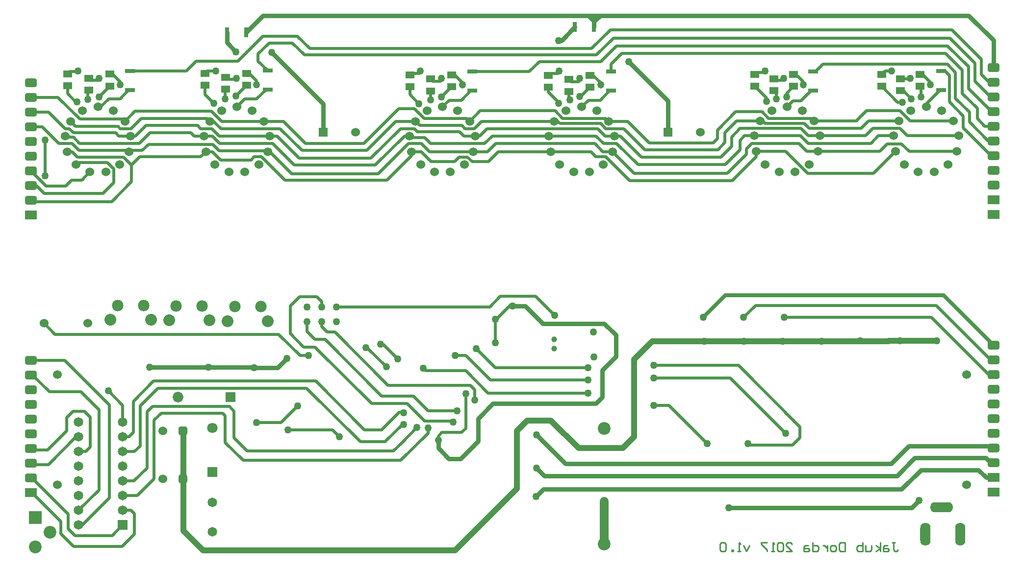
<source format=gbl>
G04 Layer_Physical_Order=2*
G04 Layer_Color=11436288*
%FSAX24Y24*%
%MOIN*%
G70*
G01*
G75*
%ADD17R,0.0591X0.0492*%
%ADD24R,0.0276X0.0650*%
%ADD33C,0.0600*%
%ADD35C,0.0200*%
%ADD36C,0.0120*%
%ADD37C,0.0300*%
%ADD38C,0.0150*%
%ADD39C,0.0400*%
%ADD40C,0.0250*%
%ADD42C,0.0780*%
%ADD43C,0.0800*%
%ADD44R,0.0600X0.0600*%
%ADD45R,0.0800X0.0600*%
G04:AMPARAMS|DCode=46|XSize=60mil|YSize=80mil|CornerRadius=15mil|HoleSize=0mil|Usage=FLASHONLY|Rotation=90.000|XOffset=0mil|YOffset=0mil|HoleType=Round|Shape=RoundedRectangle|*
%AMROUNDEDRECTD46*
21,1,0.0600,0.0500,0,0,90.0*
21,1,0.0300,0.0800,0,0,90.0*
1,1,0.0300,0.0250,0.0150*
1,1,0.0300,0.0250,-0.0150*
1,1,0.0300,-0.0250,-0.0150*
1,1,0.0300,-0.0250,0.0150*
%
%ADD46ROUNDEDRECTD46*%
%ADD47C,0.0866*%
%ADD48O,0.1575X0.0689*%
%ADD49O,0.0700X0.1575*%
%ADD50O,0.0689X0.1575*%
%ADD51C,0.0394*%
%ADD52R,0.0866X0.0866*%
%ADD53C,0.0650*%
%ADD54R,0.0650X0.0650*%
%ADD55C,0.0709*%
%ADD56R,0.0709X0.0709*%
%ADD57R,0.0650X0.0650*%
%ADD58C,0.0728*%
G04:AMPARAMS|DCode=59|XSize=60mil|YSize=60mil|CornerRadius=15mil|HoleSize=0mil|Usage=FLASHONLY|Rotation=180.000|XOffset=0mil|YOffset=0mil|HoleType=Round|Shape=RoundedRectangle|*
%AMROUNDEDRECTD59*
21,1,0.0600,0.0300,0,0,180.0*
21,1,0.0300,0.0600,0,0,180.0*
1,1,0.0300,-0.0150,0.0150*
1,1,0.0300,0.0150,0.0150*
1,1,0.0300,0.0150,-0.0150*
1,1,0.0300,-0.0150,-0.0150*
%
%ADD59ROUNDEDRECTD59*%
%ADD60C,0.0500*%
%ADD61R,0.0650X0.0276*%
%ADD62C,0.0600*%
%ADD63C,0.0100*%
G36*
X048888Y046693D02*
X048297Y047283D01*
Y047303D01*
X049508D01*
X048888Y046693D01*
D02*
G37*
D17*
X047185Y042933D02*
D03*
Y042126D02*
D03*
X045758Y043228D02*
D03*
Y042421D02*
D03*
X048612Y043228D02*
D03*
Y042421D02*
D03*
X059793Y043287D02*
D03*
Y042480D02*
D03*
X062441Y043278D02*
D03*
Y042470D02*
D03*
X061112Y042982D02*
D03*
Y042175D02*
D03*
X069715Y042982D02*
D03*
Y042175D02*
D03*
X068425Y043278D02*
D03*
Y042470D02*
D03*
X071033Y043278D02*
D03*
Y042470D02*
D03*
X039213Y043258D02*
D03*
Y042451D02*
D03*
X036358Y043238D02*
D03*
Y042431D02*
D03*
X037766Y042963D02*
D03*
Y042156D02*
D03*
X014537Y043022D02*
D03*
Y042215D02*
D03*
X015965Y043297D02*
D03*
Y042490D02*
D03*
X013100Y043317D02*
D03*
Y042510D02*
D03*
X022441Y043356D02*
D03*
Y042549D02*
D03*
X023848Y043071D02*
D03*
Y042264D02*
D03*
X025266Y043356D02*
D03*
Y042549D02*
D03*
D24*
X025226Y046161D02*
D03*
X023927D02*
D03*
X047589Y046516D02*
D03*
X048888D02*
D03*
D33*
X070414Y040816D02*
D03*
X069609Y040103D02*
D03*
X069229Y039098D02*
D03*
X069359Y038032D02*
D03*
X069970Y037148D02*
D03*
X070921Y036649D02*
D03*
X071996Y036650D02*
D03*
X072947Y037151D02*
D03*
X073556Y038036D02*
D03*
X073684Y039102D02*
D03*
X073302Y040106D02*
D03*
X072496Y040817D02*
D03*
X071457Y041073D02*
D03*
X060965Y040816D02*
D03*
X060161Y040103D02*
D03*
X059780Y039098D02*
D03*
X059910Y038032D02*
D03*
X060521Y037148D02*
D03*
X061473Y036649D02*
D03*
X062547Y036650D02*
D03*
X063498Y037151D02*
D03*
X064107Y038036D02*
D03*
X064235Y039102D02*
D03*
X063853Y040106D02*
D03*
X063048Y040817D02*
D03*
X062008Y041073D02*
D03*
X046988Y040806D02*
D03*
X046184Y040093D02*
D03*
X045804Y039088D02*
D03*
X045934Y038022D02*
D03*
X046545Y037138D02*
D03*
X047496Y036640D02*
D03*
X048571Y036641D02*
D03*
X049521Y037141D02*
D03*
X050131Y038026D02*
D03*
X050259Y039092D02*
D03*
X049876Y040096D02*
D03*
X049071Y040808D02*
D03*
X048032Y041063D02*
D03*
X037540Y040806D02*
D03*
X036735Y040093D02*
D03*
X036355Y039088D02*
D03*
X036485Y038022D02*
D03*
X037096Y037138D02*
D03*
X038047Y036640D02*
D03*
X039122Y036641D02*
D03*
X040073Y037141D02*
D03*
X040682Y038026D02*
D03*
X040810Y039092D02*
D03*
X040428Y040096D02*
D03*
X039622Y040808D02*
D03*
X038583Y041063D02*
D03*
X023563Y040806D02*
D03*
X022759Y040093D02*
D03*
X022378Y039088D02*
D03*
X022508Y038022D02*
D03*
X023119Y037138D02*
D03*
X024071Y036640D02*
D03*
X025145Y036641D02*
D03*
X026096Y037141D02*
D03*
X026706Y038026D02*
D03*
X026834Y039092D02*
D03*
X026451Y040096D02*
D03*
X025646Y040808D02*
D03*
X024606Y041063D02*
D03*
X014114Y040806D02*
D03*
X013310Y040093D02*
D03*
X012930Y039088D02*
D03*
X013060Y038022D02*
D03*
X013671Y037138D02*
D03*
X014622Y036640D02*
D03*
X015697Y036641D02*
D03*
X016647Y037141D02*
D03*
X017257Y038026D02*
D03*
X017385Y039092D02*
D03*
X017002Y040096D02*
D03*
X016197Y040808D02*
D03*
X015157Y041063D02*
D03*
X074213Y022835D02*
D03*
Y015354D02*
D03*
X012402D02*
D03*
Y022835D02*
D03*
X032687Y039350D02*
D03*
X011496Y026339D02*
D03*
X014488D02*
D03*
X056103Y039350D02*
D03*
X019557Y015738D02*
D03*
X019577Y019006D02*
D03*
D35*
X016102Y034626D02*
X017441Y035965D01*
X010685Y034626D02*
X016102D01*
X010591Y034720D02*
X010685Y034626D01*
X049331Y042423D02*
Y042707D01*
X048809Y043228D02*
X049331Y042707D01*
X048612Y043228D02*
X048809D01*
X047830Y042795D02*
X047911Y042876D01*
X047323Y042795D02*
X047830D01*
X047185Y042933D02*
X047323Y042795D01*
X046437Y043356D02*
X046496Y043415D01*
X045886Y043356D02*
X046437D01*
X045758Y043228D02*
X045886Y043356D01*
X059923Y043417D02*
X059925Y043415D01*
X048494Y041526D02*
X049291D01*
X048032Y041063D02*
X048494Y041526D01*
X049931Y042165D02*
X050039D01*
X049291Y041526D02*
X049931Y042165D01*
X061280Y041624D02*
Y042028D01*
X061959Y041988D02*
X062441Y042470D01*
X060610Y041457D02*
Y041663D01*
X059793Y042480D02*
X060610Y041663D01*
X061238Y042876D02*
X061804D01*
X061132Y042982D02*
X061238Y042876D01*
X063103Y042423D02*
Y042782D01*
X062697Y043189D02*
X063103Y042782D01*
X059925Y043415D02*
X060502D01*
X059793Y043287D02*
X059923Y043417D01*
X063652Y042185D02*
X063780D01*
X062933Y041467D02*
X063652Y042185D01*
X062402Y041467D02*
X062933D01*
X062008Y041073D02*
X062402Y041467D01*
X063780Y043484D02*
X063947D01*
X069715Y042175D02*
X069892D01*
X069715Y042982D02*
X069821Y042876D01*
X071033Y043278D02*
X071211D01*
X072726Y043514D02*
X073032Y043209D01*
Y041407D02*
Y043209D01*
Y041407D02*
X073986Y040453D01*
X073455Y041644D02*
X074400Y040699D01*
X073455Y041644D02*
Y043425D01*
X073907Y041988D02*
Y043593D01*
Y041988D02*
X074931Y040965D01*
X072264Y043514D02*
X072726D01*
X074350Y042313D02*
Y043799D01*
Y042313D02*
X075919Y040744D01*
X074774Y042815D02*
Y044055D01*
Y042815D02*
X075844Y041744D01*
X075217Y043278D02*
Y044301D01*
Y043278D02*
X075750Y042744D01*
X074931Y040266D02*
Y040965D01*
X075919Y040744D02*
X076024D01*
X074400Y040030D02*
Y040699D01*
X075844Y041744D02*
X076024D01*
X075750Y042744D02*
X076024D01*
X074931Y040266D02*
X075453Y039744D01*
X076024D01*
X075685Y038744D02*
X076024D01*
X074400Y040030D02*
X075685Y038744D01*
X075878Y037744D02*
X076024D01*
X073986Y039636D02*
X075878Y037744D01*
X073986Y039636D02*
Y040453D01*
X072136Y027539D02*
X075829Y023846D01*
X059862Y027539D02*
X072136D01*
X059055Y026732D02*
X059862Y027539D01*
X075829Y023846D02*
X076024D01*
X075697Y022846D02*
X076024D01*
X071811Y026732D02*
X075697Y022846D01*
X061811Y026732D02*
X071811D01*
X015945Y014449D02*
Y020768D01*
X012890Y023823D02*
X015945Y020768D01*
X010591Y023823D02*
X012890D01*
X013150Y012362D02*
Y013346D01*
X010673Y015823D02*
X013150Y013346D01*
X010591Y015823D02*
X010673D01*
X014016Y021673D02*
X015236Y020453D01*
X011860Y021673D02*
X014016D01*
X010711Y022823D02*
X011860Y021673D01*
X010591Y022823D02*
X010711D01*
X012638Y012008D02*
Y012854D01*
X010768Y014724D02*
X012638Y012854D01*
X010591Y014724D02*
X010768D01*
X015236Y014984D02*
Y020453D01*
X039449Y024134D02*
X040177D01*
X076024Y036654D02*
Y036744D01*
X075892Y035744D02*
X076024D01*
X034547Y024902D02*
X035541Y023907D01*
X012244Y025591D02*
X027441D01*
X011496Y026339D02*
X012244Y025591D01*
X013504Y011142D02*
X016811D01*
X012638Y012008D02*
X013504Y011142D01*
X013150Y012362D02*
X013622Y011890D01*
X037283Y023268D02*
X037441Y023110D01*
X062362Y018032D02*
X062874Y018543D01*
X059449Y018032D02*
X062362D01*
X062874Y018543D02*
Y019291D01*
X031091Y019094D02*
X031577Y018608D01*
X028071Y019094D02*
X031091D01*
X017421Y013602D02*
X017638Y013386D01*
X016854Y013602D02*
X017421D01*
X013622Y011890D02*
X016142D01*
X013681Y018602D02*
X013854D01*
X011803Y016724D02*
X013681Y018602D01*
X010591Y016724D02*
X011803D01*
X013032Y019016D02*
Y019921D01*
X011740Y017724D02*
X013032Y019016D01*
X010591Y017724D02*
X011740D01*
X013032Y019921D02*
X013465Y020354D01*
X014252D01*
X014646Y019961D01*
Y017913D02*
Y019961D01*
X014335Y017602D02*
X014646Y017913D01*
X013854Y013602D02*
X015236Y014984D01*
X014098Y012602D02*
X015945Y014449D01*
X013854Y017602D02*
X014335D01*
X016142Y011890D02*
X016854Y012602D01*
X017559Y021024D02*
X018937Y022402D01*
X029961D01*
X033268Y019094D01*
X016854Y017602D02*
X017642D01*
X018032Y017992D01*
Y020709D01*
X019252Y021929D01*
X029331D01*
X032992Y018268D01*
X034685D01*
X035906Y019488D01*
X035236Y017638D02*
X035827Y018228D01*
X035827D02*
X036811Y019213D01*
X025945Y019567D02*
X027598D01*
X028740Y020709D01*
X016811Y011142D02*
X017638Y011968D01*
Y013386D01*
X037441Y023110D02*
X040157D01*
X040787Y021102D02*
Y021811D01*
X028228Y025630D02*
X029134Y024724D01*
X028228Y025630D02*
Y027520D01*
X030370Y026126D02*
Y026460D01*
X029370Y025787D02*
Y026460D01*
Y025787D02*
X029921Y025236D01*
X030370Y026126D02*
X030748Y025748D01*
X028228Y027520D02*
X028858Y028150D01*
X031370Y027460D02*
X041791D01*
X042520Y028189D01*
X044921D01*
X046220Y026890D01*
X028858Y028150D02*
X030039D01*
X030370Y027819D01*
Y027460D02*
Y027819D01*
X028898Y024134D02*
X029488D01*
X027441Y025591D02*
X028898Y024134D01*
X039235Y019663D02*
X039291Y019606D01*
X029921Y025236D02*
X030591D01*
X037598Y020394D02*
X039567D01*
X037385Y019663D02*
X039235D01*
X036181Y020866D02*
X037385Y019663D01*
X033780Y020866D02*
X036181D01*
X029921Y024724D02*
X033780Y020866D01*
X029134Y024724D02*
X029921D01*
X030591Y025236D02*
X034449Y021378D01*
X036614D01*
X037598Y020394D01*
X030748Y025748D02*
X031260D01*
X034882Y022126D01*
X040472D01*
X040787Y021811D01*
X042165Y025000D02*
Y026693D01*
X042244Y026614D02*
X043248Y027618D01*
X025748Y023346D02*
X025787Y023307D01*
X052953Y020748D02*
X053976D01*
X056575Y018150D01*
X038307Y018386D02*
Y018661D01*
X038543Y018898D01*
X039882D01*
X016854Y019602D02*
Y020744D01*
X015866Y021732D02*
X016854Y020744D01*
Y015602D02*
X017610D01*
X018504Y016496D01*
Y020315D01*
X016854Y014602D02*
X017831D01*
X018976Y015748D01*
X016854Y018602D02*
X017264D01*
X017559Y018898D01*
Y021024D01*
X025039Y017008D02*
X035748D01*
X037598Y018858D01*
Y019213D01*
X033268Y019094D02*
X034449D01*
X035630Y020276D01*
X035906D01*
X023819Y018228D02*
X025039Y017008D01*
X023819Y018228D02*
Y020039D01*
X024409Y018543D02*
X025315Y017638D01*
X035236D01*
X024409Y018543D02*
Y020354D01*
X033386Y024695D02*
X033455D01*
X034380Y024902D02*
X034547D01*
X033455Y024695D02*
X034764Y023386D01*
X034783D01*
X040167Y019183D02*
Y021535D01*
X039882Y018898D02*
X040167Y019183D01*
X047185Y041585D02*
Y042126D01*
X045758Y042067D02*
Y042421D01*
X047185Y041585D02*
X047215Y041555D01*
X047224D01*
X036358Y043238D02*
X036476Y043356D01*
X037008D01*
X037067Y043415D01*
X037766Y042963D02*
X037913Y042815D01*
X038441D01*
X038502Y042876D01*
X039213Y043258D02*
X039400D01*
X039943Y042714D01*
Y042423D02*
Y042714D01*
X040522Y042165D02*
X040610D01*
X038583Y041063D02*
X039045Y041526D01*
X039882D01*
X040522Y042165D01*
X037766Y041555D02*
Y042156D01*
X036358Y041919D02*
Y042431D01*
Y041919D02*
X036988Y041289D01*
X022441Y043356D02*
X022589Y043504D01*
X023071D01*
X023159Y043415D01*
X023848Y043071D02*
X023976Y042943D01*
X024498D01*
X024565Y042876D01*
X025266Y043356D02*
X025453D01*
X025955Y042854D01*
X024606Y041063D02*
X025148Y041604D01*
X025955D01*
X026604Y042254D01*
X026693D01*
X022441Y041919D02*
Y042549D01*
Y041919D02*
X023041Y041319D01*
X015157Y041063D02*
X015344D01*
X015896Y041614D01*
X016663D01*
X017254Y042205D01*
X017352D01*
X071457Y041073D02*
Y041270D01*
X015965Y043297D02*
X016152D01*
X016663Y042785D01*
X014685Y042874D02*
X015256D01*
X014537Y043022D02*
X014685Y042874D01*
X013100Y043317D02*
X013248Y043465D01*
X013750D01*
X013809Y043406D01*
X013100Y041978D02*
Y042510D01*
X014537Y042215D02*
X014557Y042195D01*
X013937Y040236D02*
X016863D01*
X010591Y041720D02*
X012453D01*
X013937Y040236D01*
X013310Y040093D02*
X013650Y039754D01*
X016526D01*
X022884Y040768D02*
X023583Y040069D01*
X026424D01*
X010591Y040720D02*
X011799D01*
X012926Y039593D01*
X013222D01*
X013514Y039301D01*
X016368D01*
X016577Y039092D01*
X017385D01*
X017002Y040096D02*
X017674Y040768D01*
X022884D01*
X016526Y039754D02*
X016683Y039596D01*
X017411D01*
X018100Y040285D01*
X022567D01*
X017385Y039092D02*
X017714D01*
X018425Y039803D01*
X021939D01*
X022154Y039588D01*
X022912D01*
X023408Y039092D01*
X026834D01*
X013060Y038022D02*
X013395D01*
X013760Y037657D01*
X016909D01*
X015817Y037264D02*
X016240Y036841D01*
X013796Y037264D02*
X015817D01*
X013671Y037138D02*
X013796Y037264D01*
X017441Y035965D02*
Y037126D01*
X016240Y035906D02*
Y036841D01*
X015512Y035177D02*
X016240Y035906D01*
X010591Y035720D02*
X010972D01*
X011516Y035177D01*
X015512D01*
X013386Y036093D02*
X014075D01*
X014622Y036640D01*
X010591Y036720D02*
X011632Y035679D01*
X012972D01*
X013386Y036093D01*
X010591Y039720D02*
X011362D01*
X012510Y038573D01*
X013406D01*
X011565Y036388D02*
Y038799D01*
X012930Y039001D02*
Y039088D01*
X013499Y039001D02*
X013908Y038592D01*
X017982D01*
X018711Y039321D01*
X021467D01*
X021699Y039088D01*
X022378D01*
X012930Y039001D02*
X013499D01*
X016909Y037657D02*
X017456Y037111D01*
X018012Y037667D01*
X022154D01*
X022508Y038022D01*
X018593Y038524D02*
X022982D01*
X022508Y038022D02*
X022943D01*
X023504Y037461D01*
X025571D01*
X025787Y037677D01*
X026280D01*
X027884Y036073D01*
X026706Y038026D02*
X026827D01*
X028327Y036526D01*
X037156Y038573D02*
X037703Y038026D01*
X040682D01*
X022378Y039088D02*
X022929D01*
X023445Y038573D01*
X027037D01*
X028504Y037106D01*
X026834Y039092D02*
X027345D01*
X028848Y037589D01*
X040041Y039092D02*
X040810D01*
X022759Y040093D02*
X022997D01*
X023524Y039567D01*
X025502D01*
X025527Y039592D01*
X027543D01*
X029026Y038110D01*
X027884Y036073D02*
X034813D01*
X036485Y037745D01*
X026451Y040096D02*
X027758D01*
X028327Y036526D02*
X034222D01*
X036270Y038573D01*
X037156D01*
X028504Y037106D02*
X034016D01*
X035998Y039088D01*
X036355D01*
X028848Y037589D02*
X033720D01*
X035725Y039593D01*
X036657D01*
X029026Y038110D02*
X033435D01*
X035418Y040093D01*
X036735D01*
X036485Y038022D02*
X037126D01*
X037815Y037333D01*
X039390D01*
X039715Y037657D01*
X040285D01*
X048927Y038573D02*
X049474Y038026D01*
X050131D01*
X036355Y038991D02*
Y039088D01*
X037367Y038991D02*
X037785Y038573D01*
X036355Y038991D02*
X037367D01*
X036657Y039593D02*
X036870Y039380D01*
X039754D01*
X040041Y039092D01*
X049127Y039593D02*
X049628Y039092D01*
X050259D01*
X036735Y040093D02*
X037026Y039803D01*
X039892D01*
X040098Y039596D01*
X040748D01*
X041245Y040093D01*
X046184D01*
X040428Y040096D02*
X041138Y040807D01*
X046240D01*
X046752Y040295D01*
X049678D01*
X049876Y040096D01*
X040810Y039092D02*
X041100D01*
X041601Y039593D01*
X049127D01*
X037785Y038573D02*
X041447D01*
X041963Y039088D01*
X045804D01*
X040682Y038026D02*
X041648D01*
X042195Y038573D01*
X048927D01*
X042363Y038022D02*
X045934D01*
X040285Y037657D02*
X040591Y037352D01*
X041693D01*
X042363Y038022D01*
X045934D02*
X048661D01*
X048996Y037687D01*
X049682D01*
X051316Y036053D01*
X058287D01*
X059910Y037676D01*
Y038032D01*
X050131Y038026D02*
X051601Y036555D01*
X057953D01*
X059232Y037835D01*
X062805Y038563D02*
X063333Y038036D01*
X064107D01*
X059232Y037835D02*
Y038199D01*
X059596Y038563D01*
X062805D01*
X045804Y039088D02*
X049022D01*
X049528Y038583D01*
X050423D01*
X051870Y037136D01*
X057815D01*
X058809Y038130D01*
Y038789D01*
X059118Y039098D01*
X059780D01*
X050259Y039092D02*
X050681D01*
X052116Y037657D01*
X057520D01*
X058248Y038386D01*
Y039026D01*
X058821Y039598D01*
X062951D01*
X063447Y039102D01*
X064235D01*
X046184Y040093D02*
X046413D01*
X046565Y039941D01*
X049325D01*
X049669Y039596D01*
X050896D01*
X052333Y038159D01*
X057303D01*
X057785Y038642D01*
Y039301D01*
X058587Y040103D01*
X060161D01*
X049876Y040096D02*
X051163D01*
X057264Y038917D02*
Y039488D01*
X058514Y040738D01*
X060295D01*
X060738Y040295D01*
X063664D01*
X059910Y038032D02*
X061909D01*
X063396Y036545D01*
X067872D01*
X069359Y038032D01*
X064107Y038036D02*
X068291D01*
X068809Y038553D01*
X069774D01*
X070291Y038036D01*
X073556D01*
X059780Y039098D02*
X062919D01*
X063435Y038583D01*
X067697D01*
X068213Y039098D01*
X069229D01*
X064235Y039102D02*
X067340D01*
X067841Y039603D01*
X069659D01*
X070160Y039102D01*
X073684D01*
X060161Y040103D02*
X060350D01*
X060502Y039951D01*
X063169D01*
X063518Y039602D01*
X067033D01*
X067534Y040103D01*
X069609D01*
X063853Y040106D02*
X066711D01*
X067402Y040797D01*
X069675D01*
X070366Y040106D01*
X073302D01*
X068661Y043514D02*
X069104D01*
X064426Y043964D02*
X072916D01*
X068425Y043278D02*
X068661Y043514D01*
X063947Y043484D02*
X064426Y043964D01*
X072916D02*
X073455Y043425D01*
X069821Y042876D02*
X069919Y042975D01*
X070387D01*
X071457Y041270D02*
X072402Y042215D01*
X072461D01*
X070456Y041606D02*
Y041611D01*
X069892Y042175D02*
X070456Y041611D01*
X071211Y043278D02*
X071772Y042717D01*
X071752Y042697D02*
X071772Y042717D01*
X071752Y042579D02*
Y042697D01*
X025973Y042580D02*
X025974Y042559D01*
X025955Y042854D02*
X025973Y042580D01*
X016681Y042580D02*
X016683Y042559D01*
X016663Y042785D02*
X016681Y042580D01*
X047943Y041752D02*
X048612Y042421D01*
X023819Y042234D02*
X023848Y042264D01*
X023819Y041604D02*
Y042234D01*
X024537Y041821D02*
X025266Y042549D01*
X014478Y042116D02*
X014557Y042195D01*
X014478Y041585D02*
Y042116D01*
X015236Y041762D02*
X015965Y042490D01*
X017352Y043504D02*
X021181D01*
X021850Y044173D01*
X050039Y043465D02*
Y043986D01*
X029203Y044606D02*
X049045D01*
X028386Y045423D02*
X029203Y044606D01*
X028720Y045896D02*
X029587Y045030D01*
X048720D01*
X021850Y044173D02*
X024665D01*
X026388Y045896D01*
X028720D01*
X026053Y044193D02*
X026693Y043553D01*
X026053Y044193D02*
Y044685D01*
X026791Y045423D01*
X028386D01*
X048720Y045030D02*
X050010Y046319D01*
X073199D01*
X075217Y044301D01*
X049045Y044606D02*
X050197Y045758D01*
X073071D01*
X074774Y044055D01*
X049331Y044154D02*
X050404Y045226D01*
X072923D01*
X074350Y043799D01*
X050039Y043986D02*
X050778Y044724D01*
X072776D01*
X073907Y043593D01*
X040610Y043465D02*
X044478D01*
X045167Y044154D01*
X049331D01*
X027758Y040096D02*
X029281Y038573D01*
X033238D01*
X035600Y040935D01*
X051163Y040096D02*
X052648Y038612D01*
X056959D01*
X057264Y038917D01*
X023632Y020226D02*
X023819Y020039D01*
X018976Y015748D02*
Y019744D01*
X019459Y020226D01*
X023632D01*
X018504Y020315D02*
X018858Y020669D01*
X024094D01*
X024409Y020354D01*
X041673Y021594D02*
X048484D01*
X040157Y023110D02*
X041673Y021594D01*
X058701Y023465D02*
X062874Y019291D01*
X058150Y022598D02*
X061890Y018858D01*
X040177Y024134D02*
X041841Y022470D01*
X052953Y023465D02*
X058701D01*
X041841Y022470D02*
X048484D01*
X042175Y023297D02*
X048474D01*
X040866Y024606D02*
X042175Y023297D01*
X052953Y022598D02*
X058150D01*
X017257Y038026D02*
X017341Y038110D01*
X018179D01*
X018593Y038524D01*
X013406Y038573D02*
X013878Y038100D01*
X017182D01*
X017257Y038026D01*
X022982Y038524D02*
X023415Y038091D01*
X026641D01*
X026706Y038026D01*
X013100Y041978D02*
X013721Y041358D01*
X013730Y041367D01*
Y041407D01*
X024537Y041811D02*
Y041821D01*
X037343Y040276D02*
X040248D01*
X035600Y040935D02*
X036677D01*
X036802Y040810D01*
X036808D01*
X037343Y040276D01*
X038514Y041752D02*
X039213Y042451D01*
X045758Y042067D02*
X046457Y041368D01*
Y041319D02*
Y041368D01*
X047913Y041782D02*
X047943Y041752D01*
X047913Y041782D02*
X047913D01*
X069508Y041388D02*
X069833D01*
X068425Y042470D02*
X069508Y041388D01*
X071093Y041742D02*
Y042411D01*
X071033Y042470D02*
X071093Y042411D01*
D36*
X059331Y018150D02*
X059449Y018032D01*
X013854Y012602D02*
X014098D01*
X035827Y018228D02*
X035827D01*
D37*
X075703Y016984D02*
X075906D01*
X075522Y017165D02*
X075703Y016984D01*
X070689Y017165D02*
X075522D01*
X075532Y015846D02*
X076024D01*
X075020Y016358D02*
X075532Y015846D01*
X071102Y016358D02*
X075020D01*
X069468Y015945D02*
X070689Y017165D01*
X069783Y015039D02*
X071102Y016358D01*
X045433Y015039D02*
X069783D01*
X045512Y015945D02*
X069468D01*
X070278Y017984D02*
X075906D01*
X069065Y016772D02*
X070278Y017984D01*
X046929Y016772D02*
X069065D01*
X040994Y018317D02*
Y019862D01*
X039803Y017126D02*
X040994Y018317D01*
X044961Y016496D02*
X045512Y015945D01*
X044951Y014557D02*
X045433Y015039D01*
X044961Y018740D02*
X046929Y016772D01*
X070472Y013780D02*
X070984Y014291D01*
X058032Y013780D02*
X070472D01*
X043346Y027520D02*
X044213D01*
X022677Y023346D02*
X025748D01*
X025787Y023307D02*
X027362D01*
X027992Y023937D01*
X018661Y023346D02*
X022677D01*
X039016Y017126D02*
X039803D01*
X038307Y017835D02*
Y018386D01*
Y017835D02*
X039016Y017126D01*
X076024Y043744D02*
Y045610D01*
X023927Y045433D02*
Y046161D01*
Y045433D02*
X024537Y044823D01*
X025226Y046161D02*
X026358Y047293D01*
X074341D02*
X076024Y045610D01*
X046476Y045591D02*
X046663D01*
X047589Y046516D01*
X051250Y044144D02*
X053899Y041495D01*
X026978Y044793D02*
X030482Y041289D01*
X049311Y047293D02*
X074341D01*
X048888Y046516D02*
Y046870D01*
X049311Y047293D01*
X026358D02*
X049311D01*
X030482Y039350D02*
Y041289D01*
X053899Y039350D02*
Y041495D01*
X049439Y023140D02*
X050374Y024075D01*
Y025541D01*
X044213Y027520D02*
X045404Y026329D01*
X049587D01*
X050374Y025541D01*
X049439Y021299D02*
Y023140D01*
X040994Y019862D02*
X042008Y020876D01*
X049016D01*
X049439Y021299D01*
D38*
X061132Y042175D02*
X061280Y042028D01*
X061959Y041988D02*
X061988Y041959D01*
X061959Y041929D02*
X061988Y041959D01*
X061959Y041752D02*
Y041929D01*
D39*
X052854Y025118D02*
X056378D01*
X047825Y017835D02*
X050837D01*
X045955Y019705D02*
X047825Y017835D01*
X044341Y019705D02*
X045955D01*
X043652Y019016D02*
X044341Y019705D01*
X043652Y015069D02*
Y019016D01*
X039449Y010866D02*
X043652Y015069D01*
X022323Y010866D02*
X039449D01*
X020965Y012224D02*
X022323Y010866D01*
X056378Y025118D02*
X059087D01*
X061693D01*
X068898D02*
X068917Y025138D01*
X072165D01*
X061693Y025118D02*
X068898D01*
X051604Y023868D02*
X052854Y025118D01*
X050837Y017835D02*
X051604Y018602D01*
Y023868D01*
X020965Y012224D02*
Y019006D01*
D40*
X072652Y028238D02*
X075906Y024984D01*
X057805Y028238D02*
X072652D01*
X056299Y026732D02*
X057805Y028238D01*
D42*
X026230Y027480D02*
D03*
X024458D02*
D03*
X022254Y027519D02*
D03*
X020482D02*
D03*
X018277Y027558D02*
D03*
X016506D02*
D03*
D43*
X026722Y026495D02*
D03*
X023966D02*
D03*
X022746Y026535D02*
D03*
X019990D02*
D03*
X018770Y026574D02*
D03*
X016014D02*
D03*
D44*
X030482Y039350D02*
D03*
X053899D02*
D03*
D45*
X076024Y033744D02*
D03*
X010591Y033720D02*
D03*
X076024Y015846D02*
D03*
X010591Y014823D02*
D03*
X076024Y014846D02*
D03*
X076024Y034744D02*
D03*
D46*
X010591Y040720D02*
D03*
Y039720D02*
D03*
Y038720D02*
D03*
Y037720D02*
D03*
Y036720D02*
D03*
Y035720D02*
D03*
Y034720D02*
D03*
Y041720D02*
D03*
Y042720D02*
D03*
X076024Y022846D02*
D03*
Y021846D02*
D03*
Y020846D02*
D03*
Y019846D02*
D03*
Y018846D02*
D03*
Y017846D02*
D03*
Y016846D02*
D03*
Y023846D02*
D03*
Y024846D02*
D03*
X010591Y021823D02*
D03*
Y020823D02*
D03*
Y019823D02*
D03*
Y018823D02*
D03*
Y017823D02*
D03*
Y016823D02*
D03*
Y015823D02*
D03*
Y022823D02*
D03*
Y023823D02*
D03*
X076024Y041744D02*
D03*
Y040744D02*
D03*
Y039744D02*
D03*
Y038744D02*
D03*
Y037744D02*
D03*
Y036744D02*
D03*
Y035744D02*
D03*
Y042744D02*
D03*
Y043744D02*
D03*
D47*
X049567Y019173D02*
D03*
Y011299D02*
D03*
X010906Y011126D02*
D03*
X011906Y012126D02*
D03*
D48*
X072520Y013819D02*
D03*
D49*
X071417Y011968D02*
D03*
D50*
X073780D02*
D03*
D51*
X046161Y024616D02*
D03*
Y025246D02*
D03*
D52*
X010906Y013126D02*
D03*
D53*
X013854Y012602D02*
D03*
Y013602D02*
D03*
X016854D02*
D03*
Y014602D02*
D03*
Y015602D02*
D03*
Y016602D02*
D03*
Y017602D02*
D03*
Y018602D02*
D03*
X013854Y014602D02*
D03*
Y015602D02*
D03*
Y016602D02*
D03*
Y017602D02*
D03*
Y018602D02*
D03*
Y019602D02*
D03*
X016854D02*
D03*
X022953Y014150D02*
D03*
Y012150D02*
D03*
D54*
X016854Y012602D02*
D03*
D55*
X022953Y019217D02*
D03*
D56*
Y016217D02*
D03*
D57*
X024163Y021319D02*
D03*
D58*
X020620D02*
D03*
D59*
X020935Y015738D02*
D03*
X020955Y019006D02*
D03*
D60*
X049331Y042579D02*
D03*
X047911Y043014D02*
D03*
X046496Y043514D02*
D03*
X060610Y041457D02*
D03*
X061280Y041624D02*
D03*
X063103Y042579D02*
D03*
X060502Y043514D02*
D03*
X035541Y023907D02*
D03*
X061890Y018858D02*
D03*
X035945Y020236D02*
D03*
X036850Y019252D02*
D03*
X037598Y019213D02*
D03*
X037283Y023268D02*
D03*
X040866Y024606D02*
D03*
X039449Y024134D02*
D03*
X031577Y018608D02*
D03*
X059331Y018150D02*
D03*
X056575D02*
D03*
X061811Y026732D02*
D03*
X059055D02*
D03*
X056299D02*
D03*
X044961Y018740D02*
D03*
Y016496D02*
D03*
X044951Y014557D02*
D03*
X042165Y025000D02*
D03*
X070984Y014291D02*
D03*
X058032Y013780D02*
D03*
X038307Y018386D02*
D03*
X028071Y019094D02*
D03*
X025945Y019567D02*
D03*
X028740Y020709D02*
D03*
X042165Y026614D02*
D03*
X039291Y019606D02*
D03*
X040787Y021102D02*
D03*
X039567Y020394D02*
D03*
X029370Y026460D02*
D03*
X030370D02*
D03*
X031370D02*
D03*
Y027460D02*
D03*
X030370D02*
D03*
X043346Y027520D02*
D03*
X029488Y024134D02*
D03*
X035945Y019449D02*
D03*
X046220Y026890D02*
D03*
X027992Y023937D02*
D03*
X025787Y023307D02*
D03*
X022677Y023346D02*
D03*
X018661D02*
D03*
X029370Y027457D02*
D03*
X052953Y020748D02*
D03*
X049567Y014291D02*
D03*
X015866Y021732D02*
D03*
X033386Y024695D02*
D03*
X034380Y024902D02*
D03*
X034783Y023386D02*
D03*
X040167Y021535D02*
D03*
X056378Y025118D02*
D03*
X059087D02*
D03*
X061693D02*
D03*
X064341Y025108D02*
D03*
X072165Y025138D02*
D03*
X069675Y025148D02*
D03*
X066988Y025138D02*
D03*
X047224Y041555D02*
D03*
X037067Y043514D02*
D03*
X038502Y043014D02*
D03*
X039943Y042579D02*
D03*
X037766Y041555D02*
D03*
X025955Y042579D02*
D03*
X024565Y043014D02*
D03*
X023159Y043514D02*
D03*
X023041Y041319D02*
D03*
X013809Y043514D02*
D03*
X015256Y043014D02*
D03*
X016663Y042579D02*
D03*
X011565Y036388D02*
D03*
Y038799D02*
D03*
X069104Y043514D02*
D03*
X070387Y043014D02*
D03*
X070456Y041606D02*
D03*
X071752Y042579D02*
D03*
X061782Y043014D02*
D03*
X061959Y041752D02*
D03*
X023819Y041604D02*
D03*
X014478Y041585D02*
D03*
X024537Y044823D02*
D03*
X026978Y044793D02*
D03*
X046476Y045591D02*
D03*
X051250Y044144D02*
D03*
X048484Y021594D02*
D03*
X052953Y023465D02*
D03*
X048484Y022470D02*
D03*
X048474Y023297D02*
D03*
X052953Y022598D02*
D03*
X048858Y024035D02*
D03*
X048839Y025748D02*
D03*
X013730Y041407D02*
D03*
X015236Y041762D02*
D03*
X024537Y041811D02*
D03*
X036988Y041289D02*
D03*
X038514Y041752D02*
D03*
X046457Y041319D02*
D03*
X047913Y041782D02*
D03*
X069833Y041388D02*
D03*
X071093Y041742D02*
D03*
D61*
X063780Y042185D02*
D03*
Y043484D02*
D03*
X050039Y042165D02*
D03*
Y043465D02*
D03*
X040610Y042165D02*
D03*
Y043465D02*
D03*
X026693Y042254D02*
D03*
Y043553D02*
D03*
X072461Y042215D02*
D03*
Y043514D02*
D03*
X017352Y042205D02*
D03*
Y043504D02*
D03*
D62*
X049567Y011299D02*
Y014213D01*
D63*
X069128Y011427D02*
X069328D01*
X069228D01*
Y010927D01*
X069328Y010827D01*
X069428D01*
X069528Y010927D01*
X068828Y011227D02*
X068628D01*
X068528Y011127D01*
Y010827D01*
X068828D01*
X068928Y010927D01*
X068828Y011027D01*
X068528D01*
X068328Y010827D02*
Y011427D01*
Y011027D02*
X068028Y011227D01*
X068328Y011027D02*
X068028Y010827D01*
X067728Y011227D02*
Y010927D01*
X067628Y010827D01*
X067328D01*
Y011227D01*
X067128Y011427D02*
Y010827D01*
X066828D01*
X066728Y010927D01*
Y011027D01*
Y011127D01*
X066828Y011227D01*
X067128D01*
X065929Y011427D02*
Y010827D01*
X065629D01*
X065529Y010927D01*
Y011327D01*
X065629Y011427D01*
X065929D01*
X065229Y010827D02*
X065029D01*
X064929Y010927D01*
Y011127D01*
X065029Y011227D01*
X065229D01*
X065329Y011127D01*
Y010927D01*
X065229Y010827D01*
X064729Y011227D02*
Y010827D01*
Y011027D01*
X064629Y011127D01*
X064529Y011227D01*
X064429D01*
X063729Y011427D02*
Y010827D01*
X064029D01*
X064129Y010927D01*
Y011127D01*
X064029Y011227D01*
X063729D01*
X063430D02*
X063230D01*
X063130Y011127D01*
Y010827D01*
X063430D01*
X063530Y010927D01*
X063430Y011027D01*
X063130D01*
X061930Y010827D02*
X062330D01*
X061930Y011227D01*
Y011327D01*
X062030Y011427D01*
X062230D01*
X062330Y011327D01*
X061730D02*
X061630Y011427D01*
X061430D01*
X061330Y011327D01*
Y010927D01*
X061430Y010827D01*
X061630D01*
X061730Y010927D01*
Y011327D01*
X061130Y010827D02*
X060930D01*
X061030D01*
Y011427D01*
X061130Y011327D01*
X060630Y011427D02*
X060231D01*
Y011327D01*
X060630Y010927D01*
Y010827D01*
X059431Y011227D02*
X059231Y010827D01*
X059031Y011227D01*
X058831Y010827D02*
X058631D01*
X058731D01*
Y011427D01*
X058831Y011327D01*
X058331Y010827D02*
Y010927D01*
X058231D01*
Y010827D01*
X058331D01*
X057831Y011327D02*
X057731Y011427D01*
X057531D01*
X057431Y011327D01*
Y010927D01*
X057531Y010827D01*
X057731D01*
X057831Y010927D01*
Y011327D01*
M02*

</source>
